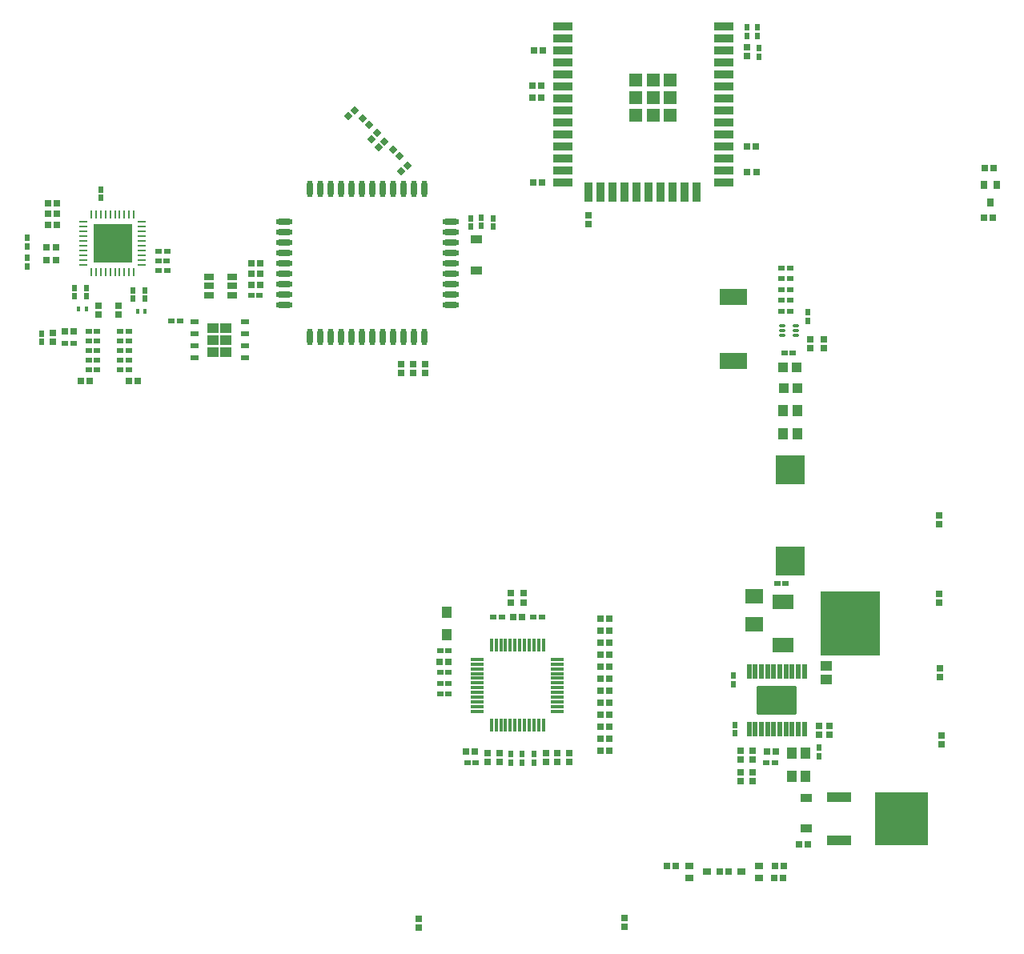
<source format=gbp>
G04*
G04 #@! TF.GenerationSoftware,Altium Limited,Altium Designer,21.9.1 (22)*
G04*
G04 Layer_Color=128*
%FSLAX25Y25*%
%MOIN*%
G70*
G04*
G04 #@! TF.SameCoordinates,3683F5DD-B2EF-4FE9-AD71-088996B23F6A*
G04*
G04*
G04 #@! TF.FilePolarity,Positive*
G04*
G01*
G75*
%ADD14R,0.02756X0.02559*%
%ADD63R,0.02756X0.03543*%
%ADD64R,0.02559X0.02756*%
%ADD65R,0.02598X0.02441*%
%ADD66R,0.02441X0.02598*%
%ADD67R,0.02953X0.02756*%
%ADD68R,0.03937X0.04528*%
%ADD69R,0.03960X0.05151*%
%ADD70R,0.10236X0.04173*%
%ADD71R,0.22441X0.22173*%
%ADD72R,0.03543X0.02756*%
G04:AMPARAMS|DCode=73|XSize=118.11mil|YSize=165.35mil|CornerRadius=1.77mil|HoleSize=0mil|Usage=FLASHONLY|Rotation=90.000|XOffset=0mil|YOffset=0mil|HoleType=Round|Shape=RoundedRectangle|*
%AMROUNDEDRECTD73*
21,1,0.11811,0.16181,0,0,90.0*
21,1,0.11457,0.16535,0,0,90.0*
1,1,0.00354,0.08091,0.05728*
1,1,0.00354,0.08091,-0.05728*
1,1,0.00354,-0.08091,-0.05728*
1,1,0.00354,-0.08091,0.05728*
%
%ADD73ROUNDEDRECTD73*%
G04:AMPARAMS|DCode=74|XSize=17.72mil|YSize=62.99mil|CornerRadius=1.95mil|HoleSize=0mil|Usage=FLASHONLY|Rotation=0.000|XOffset=0mil|YOffset=0mil|HoleType=Round|Shape=RoundedRectangle|*
%AMROUNDEDRECTD74*
21,1,0.01772,0.05909,0,0,0.0*
21,1,0.01382,0.06299,0,0,0.0*
1,1,0.00390,0.00691,-0.02955*
1,1,0.00390,-0.00691,-0.02955*
1,1,0.00390,-0.00691,0.02955*
1,1,0.00390,0.00691,0.02955*
%
%ADD74ROUNDEDRECTD74*%
%ADD75R,0.05151X0.03960*%
%ADD76R,0.07480X0.06102*%
G04:AMPARAMS|DCode=77|XSize=26.38mil|YSize=11.81mil|CornerRadius=1.95mil|HoleSize=0mil|Usage=FLASHONLY|Rotation=0.000|XOffset=0mil|YOffset=0mil|HoleType=Round|Shape=RoundedRectangle|*
%AMROUNDEDRECTD77*
21,1,0.02638,0.00791,0,0,0.0*
21,1,0.02248,0.01181,0,0,0.0*
1,1,0.00390,0.01124,-0.00396*
1,1,0.00390,-0.01124,-0.00396*
1,1,0.00390,-0.01124,0.00396*
1,1,0.00390,0.01124,0.00396*
%
%ADD77ROUNDEDRECTD77*%
%ADD78R,0.04351X0.03961*%
%ADD79R,0.04803X0.03583*%
%ADD80R,0.04331X0.02559*%
%ADD81R,0.02756X0.02953*%
%ADD82R,0.07874X0.03543*%
G04:AMPARAMS|DCode=83|XSize=25.59mil|YSize=27.56mil|CornerRadius=0mil|HoleSize=0mil|Usage=FLASHONLY|Rotation=225.000|XOffset=0mil|YOffset=0mil|HoleType=Round|Shape=Rectangle|*
%AMROTATEDRECTD83*
4,1,4,-0.00070,0.01879,0.01879,-0.00070,0.00070,-0.01879,-0.01879,0.00070,-0.00070,0.01879,0.0*
%
%ADD83ROTATEDRECTD83*%

%ADD84R,0.11811X0.06890*%
%ADD85R,0.01575X0.01968*%
G04:AMPARAMS|DCode=86|XSize=24.41mil|YSize=25.98mil|CornerRadius=0mil|HoleSize=0mil|Usage=FLASHONLY|Rotation=315.000|XOffset=0mil|YOffset=0mil|HoleType=Round|Shape=Rectangle|*
%AMROTATEDRECTD86*
4,1,4,-0.01782,-0.00056,0.00056,0.01782,0.01782,0.00056,-0.00056,-0.01782,-0.01782,-0.00056,0.0*
%
%ADD86ROTATEDRECTD86*%

%ADD87O,0.03347X0.00787*%
%ADD88R,0.01181X0.05807*%
%ADD89R,0.05807X0.01181*%
%ADD90O,0.00787X0.03347*%
%ADD91R,0.03543X0.07874*%
%ADD92O,0.02362X0.07087*%
%ADD93R,0.08976X0.06000*%
%ADD94R,0.16142X0.16142*%
%ADD95O,0.07087X0.02362*%
%ADD96R,0.24528X0.26535*%
%ADD97R,0.12205X0.12205*%
%ADD98R,0.03780X0.01968*%
%ADD100R,0.05236X0.05236*%
%ADD133R,0.04685X0.04331*%
D14*
X1176630Y776000D02*
D03*
X1180370D02*
D03*
X1177130Y796500D02*
D03*
X1180870D02*
D03*
X989000Y790500D02*
D03*
X992740D02*
D03*
X989500Y845500D02*
D03*
X993240D02*
D03*
X992370Y826000D02*
D03*
X988630D02*
D03*
Y831000D02*
D03*
X992370D02*
D03*
X964870Y553500D02*
D03*
X961130D02*
D03*
X953740Y591059D02*
D03*
X950000D02*
D03*
X1020870Y554000D02*
D03*
X1017130D02*
D03*
Y559000D02*
D03*
X1020870D02*
D03*
Y564000D02*
D03*
X1017130D02*
D03*
Y569000D02*
D03*
X1020870D02*
D03*
Y574000D02*
D03*
X1017130D02*
D03*
Y579000D02*
D03*
X1020870D02*
D03*
X1017130Y584000D02*
D03*
X1020870D02*
D03*
X1017130Y589000D02*
D03*
X1020870D02*
D03*
X1017130Y594000D02*
D03*
X1020870D02*
D03*
X1017130Y599000D02*
D03*
X1020870D02*
D03*
X1017130Y604000D02*
D03*
X1020870D02*
D03*
X1017130Y609000D02*
D03*
X1020870D02*
D03*
X1090240Y553500D02*
D03*
X1086500D02*
D03*
X1044630Y506000D02*
D03*
X1048370D02*
D03*
X1070500Y503500D02*
D03*
X1066760D02*
D03*
X1093370Y506000D02*
D03*
X1089630D02*
D03*
X1089500Y501000D02*
D03*
X1093240D02*
D03*
X1103500Y515000D02*
D03*
X1099760D02*
D03*
X875370Y757000D02*
D03*
X871630D02*
D03*
X875500Y752500D02*
D03*
X871760D02*
D03*
X875370Y748000D02*
D03*
X871630D02*
D03*
X794130Y728500D02*
D03*
X797870D02*
D03*
X804370Y708000D02*
D03*
X800630D02*
D03*
X824370D02*
D03*
X820630D02*
D03*
X790870Y782000D02*
D03*
X787130D02*
D03*
Y777500D02*
D03*
X790870D02*
D03*
Y773000D02*
D03*
X787130D02*
D03*
X1078130Y805500D02*
D03*
X1081870D02*
D03*
X1078260Y795000D02*
D03*
X1082000D02*
D03*
X984500Y609500D02*
D03*
X980760D02*
D03*
D63*
X1179500Y782260D02*
D03*
X1182059Y789740D02*
D03*
X1176941D02*
D03*
D64*
X1159000Y560240D02*
D03*
Y556500D02*
D03*
X1158500Y584630D02*
D03*
Y588370D02*
D03*
X1158000Y615630D02*
D03*
Y619370D02*
D03*
Y648130D02*
D03*
Y651870D02*
D03*
X1012000Y776870D02*
D03*
Y773130D02*
D03*
X970167Y552870D02*
D03*
Y549130D02*
D03*
X975000D02*
D03*
Y552870D02*
D03*
X994333Y549130D02*
D03*
Y552870D02*
D03*
X999167Y549130D02*
D03*
Y552870D02*
D03*
X1004000Y549130D02*
D03*
Y552870D02*
D03*
X1108000Y564370D02*
D03*
Y560630D02*
D03*
X1112500Y564370D02*
D03*
Y560630D02*
D03*
X1080500Y553870D02*
D03*
Y550130D02*
D03*
X1075500D02*
D03*
Y553870D02*
D03*
Y541260D02*
D03*
Y545000D02*
D03*
X1080500Y544870D02*
D03*
Y541130D02*
D03*
X1104500Y721500D02*
D03*
Y725240D02*
D03*
X1110000Y725370D02*
D03*
Y721630D02*
D03*
X934000Y714870D02*
D03*
Y711130D02*
D03*
X939000D02*
D03*
Y714870D02*
D03*
X944000Y711130D02*
D03*
Y714870D02*
D03*
X789000Y727870D02*
D03*
Y724130D02*
D03*
X816500Y739370D02*
D03*
Y735630D02*
D03*
X808000Y739370D02*
D03*
Y735630D02*
D03*
X1078000Y846870D02*
D03*
Y843130D02*
D03*
X1027000Y484240D02*
D03*
Y480500D02*
D03*
X941500Y483870D02*
D03*
Y480130D02*
D03*
D65*
X961768Y549000D02*
D03*
X965232D02*
D03*
X972535Y609500D02*
D03*
X976000D02*
D03*
X992732D02*
D03*
X989268D02*
D03*
X950354Y595500D02*
D03*
X953819D02*
D03*
Y586500D02*
D03*
X950354D02*
D03*
X953819Y582000D02*
D03*
X950354D02*
D03*
X953819Y577500D02*
D03*
X950354D02*
D03*
X1089732Y549000D02*
D03*
X1086268D02*
D03*
X1094232Y623500D02*
D03*
X1090768D02*
D03*
X1092500Y755000D02*
D03*
X1095965D02*
D03*
X1092500Y750500D02*
D03*
X1095965D02*
D03*
X1092500Y746000D02*
D03*
X1095965D02*
D03*
X1092500Y741500D02*
D03*
X1095965D02*
D03*
X1092500Y737000D02*
D03*
X1095965D02*
D03*
X1093768Y719500D02*
D03*
X1097232D02*
D03*
X875232Y743500D02*
D03*
X871768D02*
D03*
X842000Y733000D02*
D03*
X838535D02*
D03*
X794268Y723500D02*
D03*
X797732D02*
D03*
X807500Y728500D02*
D03*
X804035D02*
D03*
Y724500D02*
D03*
X807500D02*
D03*
X804035Y720500D02*
D03*
X807500D02*
D03*
X804035Y716500D02*
D03*
X807500D02*
D03*
X804035Y712500D02*
D03*
X807500D02*
D03*
X817268D02*
D03*
X820732D02*
D03*
X817268Y716500D02*
D03*
X820732D02*
D03*
X817268Y720500D02*
D03*
X820732D02*
D03*
X817268Y724500D02*
D03*
X820732D02*
D03*
Y728500D02*
D03*
X817268D02*
D03*
X833268Y754000D02*
D03*
X836732D02*
D03*
X833000Y758000D02*
D03*
X836465D02*
D03*
X833268Y762000D02*
D03*
X836732D02*
D03*
D66*
X979774Y549051D02*
D03*
Y552516D02*
D03*
X984608Y549051D02*
D03*
Y552516D02*
D03*
X989441D02*
D03*
Y549051D02*
D03*
X1108000Y555232D02*
D03*
Y551768D02*
D03*
X1103500Y733000D02*
D03*
Y736465D02*
D03*
X784500Y724268D02*
D03*
Y727732D02*
D03*
X798000Y743268D02*
D03*
Y746732D02*
D03*
X803000Y743268D02*
D03*
Y746732D02*
D03*
X778500Y767465D02*
D03*
Y764000D02*
D03*
Y755768D02*
D03*
Y759232D02*
D03*
X963000Y772268D02*
D03*
Y775732D02*
D03*
X967500Y772500D02*
D03*
Y775965D02*
D03*
X972500Y772268D02*
D03*
Y775732D02*
D03*
X1083000Y843035D02*
D03*
Y846500D02*
D03*
X1078000Y851768D02*
D03*
Y855232D02*
D03*
X1082500Y851768D02*
D03*
Y855232D02*
D03*
X822500Y745732D02*
D03*
Y742268D02*
D03*
X827500Y745732D02*
D03*
Y742268D02*
D03*
X1073000Y564732D02*
D03*
Y561268D02*
D03*
X1072500Y585232D02*
D03*
Y581768D02*
D03*
X809000Y784268D02*
D03*
Y787732D02*
D03*
D67*
X979842Y615531D02*
D03*
X985157D02*
D03*
Y619468D02*
D03*
X979842D02*
D03*
D68*
X953000Y611626D02*
D03*
Y602374D02*
D03*
D69*
X1096866Y552804D02*
D03*
X1102584D02*
D03*
X1096866Y543304D02*
D03*
X1102584D02*
D03*
X1093282Y686000D02*
D03*
X1099000D02*
D03*
X1093282Y695500D02*
D03*
X1099000D02*
D03*
D70*
X1116555Y534500D02*
D03*
Y516500D02*
D03*
D71*
X1142342Y525500D02*
D03*
D72*
X1054020Y500941D02*
D03*
Y506059D02*
D03*
X1061500Y503500D02*
D03*
X1083240Y506059D02*
D03*
Y500941D02*
D03*
X1075760Y503500D02*
D03*
D73*
X1090500Y575000D02*
D03*
D74*
X1099457Y562992D02*
D03*
X1096898D02*
D03*
X1094339D02*
D03*
X1091780D02*
D03*
X1086661D02*
D03*
X1078984D02*
D03*
X1099457Y587008D02*
D03*
X1096898D02*
D03*
X1094339D02*
D03*
X1086661D02*
D03*
X1084102D02*
D03*
X1081543D02*
D03*
X1102016Y562992D02*
D03*
X1089221Y587008D02*
D03*
X1091780D02*
D03*
X1102016D02*
D03*
X1081543Y562992D02*
D03*
X1078984Y587008D02*
D03*
X1084102Y562992D02*
D03*
X1089221D02*
D03*
D75*
X1111000Y583641D02*
D03*
Y589359D02*
D03*
D76*
X1081000Y606693D02*
D03*
Y618307D02*
D03*
D77*
X1092673Y727063D02*
D03*
Y729032D02*
D03*
Y731000D02*
D03*
X1098500D02*
D03*
Y729032D02*
D03*
Y727063D02*
D03*
D78*
X1099000Y705000D02*
D03*
X1093484D02*
D03*
X1098758Y713500D02*
D03*
X1093242D02*
D03*
D79*
X965500Y766937D02*
D03*
Y754063D02*
D03*
X1102630Y521500D02*
D03*
Y534374D02*
D03*
D80*
X854276Y751240D02*
D03*
Y747500D02*
D03*
Y743760D02*
D03*
X863724D02*
D03*
Y747500D02*
D03*
Y751240D02*
D03*
D81*
X790469Y758343D02*
D03*
Y763658D02*
D03*
X786531D02*
D03*
Y758343D02*
D03*
D82*
X1068528Y790528D02*
D03*
Y805528D02*
D03*
X1001598Y815528D02*
D03*
Y850528D02*
D03*
Y820528D02*
D03*
Y795528D02*
D03*
X1068528Y810528D02*
D03*
X1001598Y845528D02*
D03*
Y830528D02*
D03*
X1068528Y795528D02*
D03*
Y820528D02*
D03*
Y850528D02*
D03*
X1001598Y810528D02*
D03*
X1068528Y800528D02*
D03*
X1001598Y805528D02*
D03*
Y800528D02*
D03*
X1068528Y840528D02*
D03*
Y835528D02*
D03*
Y815528D02*
D03*
Y825528D02*
D03*
Y830528D02*
D03*
Y845528D02*
D03*
Y855528D02*
D03*
X1001598D02*
D03*
Y840528D02*
D03*
Y835528D02*
D03*
Y825528D02*
D03*
Y790528D02*
D03*
D83*
X930678Y804322D02*
D03*
X933322Y801678D02*
D03*
X918178Y817322D02*
D03*
X920822Y814678D02*
D03*
D84*
X1072500Y742787D02*
D03*
Y716213D02*
D03*
D85*
X799925Y738000D02*
D03*
X803075D02*
D03*
X827575Y737000D02*
D03*
X824425D02*
D03*
D86*
X912275Y818275D02*
D03*
X914725Y820725D02*
D03*
X921775Y808775D02*
D03*
X924225Y811225D02*
D03*
X924775Y805275D02*
D03*
X927225Y807725D02*
D03*
X934275Y795275D02*
D03*
X936725Y797725D02*
D03*
D87*
X801896Y764314D02*
D03*
Y762346D02*
D03*
X826109Y758409D02*
D03*
Y766283D02*
D03*
Y764314D02*
D03*
Y760377D02*
D03*
X801896Y770220D02*
D03*
Y768251D02*
D03*
Y766283D02*
D03*
X826109Y762346D02*
D03*
Y756440D02*
D03*
X801896D02*
D03*
X826109Y768251D02*
D03*
Y770220D02*
D03*
Y772188D02*
D03*
Y774157D02*
D03*
X801896D02*
D03*
Y772188D02*
D03*
Y760377D02*
D03*
Y758409D02*
D03*
D88*
X983500Y597870D02*
D03*
X981532D02*
D03*
X973658Y564500D02*
D03*
X979563D02*
D03*
X987437D02*
D03*
X991374D02*
D03*
X993342D02*
D03*
X987437Y597870D02*
D03*
X991374D02*
D03*
X989406D02*
D03*
X983500Y564500D02*
D03*
X985468D02*
D03*
X975626D02*
D03*
X971689Y597870D02*
D03*
X979563D02*
D03*
X977594Y564500D02*
D03*
X989406D02*
D03*
X975626Y597870D02*
D03*
X977594D02*
D03*
X985468D02*
D03*
X993342D02*
D03*
X981532Y564500D02*
D03*
X971689D02*
D03*
X973658Y597870D02*
D03*
D89*
X965831Y586106D02*
D03*
Y578232D02*
D03*
Y574295D02*
D03*
Y588075D02*
D03*
X999201Y580201D02*
D03*
Y578232D02*
D03*
Y576264D02*
D03*
Y582169D02*
D03*
Y584138D02*
D03*
Y586106D02*
D03*
Y588075D02*
D03*
Y590043D02*
D03*
X965831D02*
D03*
Y584138D02*
D03*
X999201Y570358D02*
D03*
X965831Y582169D02*
D03*
Y576264D02*
D03*
Y572327D02*
D03*
X999201Y592012D02*
D03*
X965831Y570358D02*
D03*
Y580201D02*
D03*
Y592012D02*
D03*
X999201Y574295D02*
D03*
Y572327D02*
D03*
D90*
X822861Y777405D02*
D03*
X820892D02*
D03*
X814987D02*
D03*
X813018D02*
D03*
Y753192D02*
D03*
X816955D02*
D03*
X814987D02*
D03*
X809081Y777405D02*
D03*
Y753192D02*
D03*
X818924Y777405D02*
D03*
X816955D02*
D03*
X811050Y753192D02*
D03*
X818924D02*
D03*
X822861D02*
D03*
X811050Y777405D02*
D03*
X807113D02*
D03*
X805144D02*
D03*
Y753192D02*
D03*
X807113D02*
D03*
X820892D02*
D03*
D91*
X1052228Y786590D02*
D03*
X1017228D02*
D03*
X1012228D02*
D03*
X1042228D02*
D03*
X1037228D02*
D03*
X1032228D02*
D03*
X1027228D02*
D03*
X1022228D02*
D03*
X1047268D02*
D03*
X1057228D02*
D03*
D92*
X939484Y726189D02*
D03*
X943815D02*
D03*
X939484Y788000D02*
D03*
X943815D02*
D03*
X935153D02*
D03*
X930823D02*
D03*
X926492D02*
D03*
X922161D02*
D03*
X917831D02*
D03*
X913500D02*
D03*
X909169D02*
D03*
X904839D02*
D03*
X900508D02*
D03*
X896177D02*
D03*
Y726189D02*
D03*
X900508D02*
D03*
X904839D02*
D03*
X909169D02*
D03*
X913500D02*
D03*
X917831D02*
D03*
X922161D02*
D03*
X926492D02*
D03*
X930823D02*
D03*
X935153D02*
D03*
D93*
X1093047Y598024D02*
D03*
Y615976D02*
D03*
D94*
X814002Y765298D02*
D03*
D95*
X954642Y744102D02*
D03*
Y748433D02*
D03*
Y752764D02*
D03*
Y757094D02*
D03*
Y761425D02*
D03*
Y765756D02*
D03*
Y770087D02*
D03*
Y774417D02*
D03*
X885350D02*
D03*
Y770087D02*
D03*
Y765756D02*
D03*
Y761425D02*
D03*
Y757094D02*
D03*
Y752764D02*
D03*
Y748433D02*
D03*
Y744102D02*
D03*
Y739772D02*
D03*
X954642D02*
D03*
D96*
X1121177Y607000D02*
D03*
D97*
X1096000Y633102D02*
D03*
Y670898D02*
D03*
D98*
X869032Y732500D02*
D03*
Y727500D02*
D03*
Y722500D02*
D03*
Y717500D02*
D03*
X847968Y732500D02*
D03*
Y727500D02*
D03*
Y722500D02*
D03*
Y717500D02*
D03*
D100*
X1039000Y826000D02*
D03*
Y833224D02*
D03*
X1046224D02*
D03*
X1031776Y826000D02*
D03*
Y833224D02*
D03*
X1046224Y825961D02*
D03*
Y818776D02*
D03*
X1039000D02*
D03*
X1031776D02*
D03*
D133*
X861235Y730119D02*
D03*
X861236Y725000D02*
D03*
X861235Y719882D02*
D03*
X855763Y730119D02*
D03*
X855763Y725000D02*
D03*
X855763Y719882D02*
D03*
M02*

</source>
